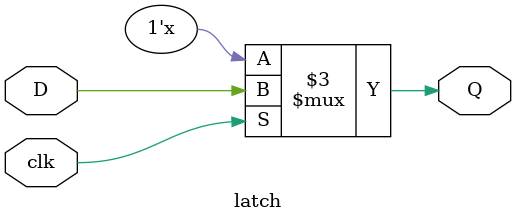
<source format=v>
module latch (D, clk, Q);
  input D, clk;
  output Q;
  reg Q;

  always @(D or clk)
    if (clk)
      Q = D;

endmodule

</source>
